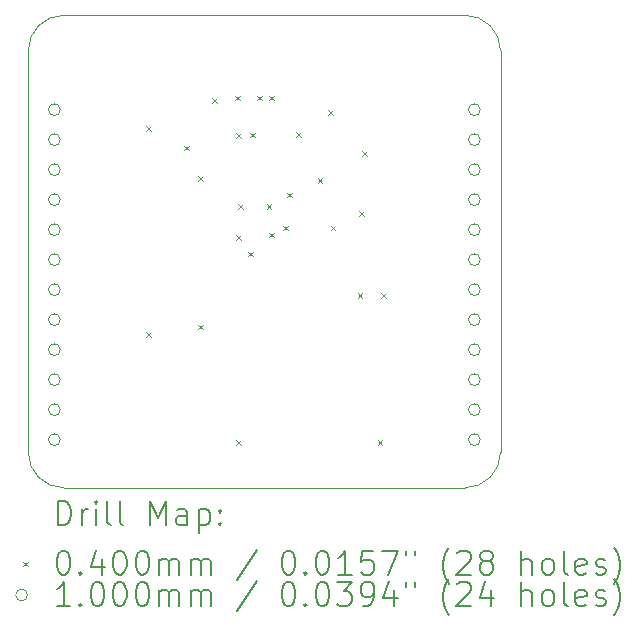
<source format=gbr>
%FSLAX45Y45*%
G04 Gerber Fmt 4.5, Leading zero omitted, Abs format (unit mm)*
G04 Created by KiCad (PCBNEW (6.0.0-0)) date 2022-11-28 12:15:51*
%MOMM*%
%LPD*%
G01*
G04 APERTURE LIST*
%TA.AperFunction,Profile*%
%ADD10C,0.100000*%
%TD*%
%ADD11C,0.200000*%
%ADD12C,0.040000*%
%ADD13C,0.100000*%
G04 APERTURE END LIST*
D10*
X13300000Y-6000000D02*
X16700000Y-6000000D01*
X16700000Y-10000000D02*
G75*
G03*
X17000000Y-9700000I0J300000D01*
G01*
X17000000Y-6300000D02*
X17000000Y-9700000D01*
X17000000Y-6300000D02*
G75*
G03*
X16700000Y-6000000I-300000J0D01*
G01*
X13000000Y-9700000D02*
X13000000Y-6300000D01*
X13000000Y-9700000D02*
G75*
G03*
X13300000Y-10000000I300000J0D01*
G01*
X13300000Y-6000000D02*
G75*
G03*
X13000000Y-6300000I0J-300000D01*
G01*
X16700000Y-10000000D02*
X13300000Y-10000000D01*
D11*
D12*
X14000000Y-6940000D02*
X14040000Y-6980000D01*
X14040000Y-6940000D02*
X14000000Y-6980000D01*
X14000000Y-8680000D02*
X14040000Y-8720000D01*
X14040000Y-8680000D02*
X14000000Y-8720000D01*
X14320000Y-7103550D02*
X14360000Y-7143550D01*
X14360000Y-7103550D02*
X14320000Y-7143550D01*
X14440000Y-7360000D02*
X14480000Y-7400000D01*
X14480000Y-7360000D02*
X14440000Y-7400000D01*
X14440000Y-8620000D02*
X14480000Y-8660000D01*
X14480000Y-8620000D02*
X14440000Y-8660000D01*
X14560000Y-6700000D02*
X14600000Y-6740000D01*
X14600000Y-6700000D02*
X14560000Y-6740000D01*
X14750950Y-6680000D02*
X14790950Y-6720000D01*
X14790950Y-6680000D02*
X14750950Y-6720000D01*
X14760000Y-7000000D02*
X14800000Y-7040000D01*
X14800000Y-7000000D02*
X14760000Y-7040000D01*
X14760000Y-7860000D02*
X14800000Y-7900000D01*
X14800000Y-7860000D02*
X14760000Y-7900000D01*
X14760000Y-9600000D02*
X14800000Y-9640000D01*
X14800000Y-9600000D02*
X14760000Y-9640000D01*
X14780000Y-7600000D02*
X14820000Y-7640000D01*
X14820000Y-7600000D02*
X14780000Y-7640000D01*
X14860000Y-8000000D02*
X14900000Y-8040000D01*
X14900000Y-8000000D02*
X14860000Y-8040000D01*
X14882120Y-6993639D02*
X14922120Y-7033639D01*
X14922120Y-6993639D02*
X14882120Y-7033639D01*
X14940000Y-6680000D02*
X14980000Y-6720000D01*
X14980000Y-6680000D02*
X14940000Y-6720000D01*
X15019306Y-7597948D02*
X15059306Y-7637948D01*
X15059306Y-7597948D02*
X15019306Y-7637948D01*
X15040000Y-6680000D02*
X15080000Y-6720000D01*
X15080000Y-6680000D02*
X15040000Y-6720000D01*
X15040000Y-7840000D02*
X15080000Y-7880000D01*
X15080000Y-7840000D02*
X15040000Y-7880000D01*
X15160000Y-7780000D02*
X15200000Y-7820000D01*
X15200000Y-7780000D02*
X15160000Y-7820000D01*
X15191214Y-7500806D02*
X15231214Y-7540806D01*
X15231214Y-7500806D02*
X15191214Y-7540806D01*
X15268684Y-6989639D02*
X15308684Y-7029639D01*
X15308684Y-6989639D02*
X15268684Y-7029639D01*
X15451013Y-7380063D02*
X15491013Y-7420063D01*
X15491013Y-7380063D02*
X15451013Y-7420063D01*
X15540000Y-6800000D02*
X15580000Y-6840000D01*
X15580000Y-6800000D02*
X15540000Y-6840000D01*
X15560000Y-7780000D02*
X15600000Y-7820000D01*
X15600000Y-7780000D02*
X15560000Y-7820000D01*
X15790000Y-8350000D02*
X15830000Y-8390000D01*
X15830000Y-8350000D02*
X15790000Y-8390000D01*
X15800000Y-7660000D02*
X15840000Y-7700000D01*
X15840000Y-7660000D02*
X15800000Y-7700000D01*
X15830000Y-7150000D02*
X15870000Y-7190000D01*
X15870000Y-7150000D02*
X15830000Y-7190000D01*
X15960000Y-9600000D02*
X16000000Y-9640000D01*
X16000000Y-9600000D02*
X15960000Y-9640000D01*
X15990000Y-8350000D02*
X16030000Y-8390000D01*
X16030000Y-8350000D02*
X15990000Y-8390000D01*
D13*
X13272000Y-6799600D02*
G75*
G03*
X13272000Y-6799600I-50000J0D01*
G01*
X13272000Y-7053600D02*
G75*
G03*
X13272000Y-7053600I-50000J0D01*
G01*
X13272000Y-7307600D02*
G75*
G03*
X13272000Y-7307600I-50000J0D01*
G01*
X13272000Y-7561600D02*
G75*
G03*
X13272000Y-7561600I-50000J0D01*
G01*
X13272000Y-7815600D02*
G75*
G03*
X13272000Y-7815600I-50000J0D01*
G01*
X13272000Y-8069600D02*
G75*
G03*
X13272000Y-8069600I-50000J0D01*
G01*
X13272000Y-8323600D02*
G75*
G03*
X13272000Y-8323600I-50000J0D01*
G01*
X13272000Y-8577600D02*
G75*
G03*
X13272000Y-8577600I-50000J0D01*
G01*
X13272000Y-8831600D02*
G75*
G03*
X13272000Y-8831600I-50000J0D01*
G01*
X13272000Y-9085600D02*
G75*
G03*
X13272000Y-9085600I-50000J0D01*
G01*
X13272000Y-9339600D02*
G75*
G03*
X13272000Y-9339600I-50000J0D01*
G01*
X13272000Y-9593600D02*
G75*
G03*
X13272000Y-9593600I-50000J0D01*
G01*
X16828000Y-6799600D02*
G75*
G03*
X16828000Y-6799600I-50000J0D01*
G01*
X16828000Y-7053600D02*
G75*
G03*
X16828000Y-7053600I-50000J0D01*
G01*
X16828000Y-7307600D02*
G75*
G03*
X16828000Y-7307600I-50000J0D01*
G01*
X16828000Y-7561600D02*
G75*
G03*
X16828000Y-7561600I-50000J0D01*
G01*
X16828000Y-7815600D02*
G75*
G03*
X16828000Y-7815600I-50000J0D01*
G01*
X16828000Y-8069600D02*
G75*
G03*
X16828000Y-8069600I-50000J0D01*
G01*
X16828000Y-8323600D02*
G75*
G03*
X16828000Y-8323600I-50000J0D01*
G01*
X16828000Y-8577600D02*
G75*
G03*
X16828000Y-8577600I-50000J0D01*
G01*
X16828000Y-8831600D02*
G75*
G03*
X16828000Y-8831600I-50000J0D01*
G01*
X16828000Y-9085600D02*
G75*
G03*
X16828000Y-9085600I-50000J0D01*
G01*
X16828000Y-9339600D02*
G75*
G03*
X16828000Y-9339600I-50000J0D01*
G01*
X16828000Y-9593600D02*
G75*
G03*
X16828000Y-9593600I-50000J0D01*
G01*
D11*
X13252619Y-10315476D02*
X13252619Y-10115476D01*
X13300238Y-10115476D01*
X13328809Y-10125000D01*
X13347857Y-10144048D01*
X13357381Y-10163095D01*
X13366905Y-10201190D01*
X13366905Y-10229762D01*
X13357381Y-10267857D01*
X13347857Y-10286905D01*
X13328809Y-10305952D01*
X13300238Y-10315476D01*
X13252619Y-10315476D01*
X13452619Y-10315476D02*
X13452619Y-10182143D01*
X13452619Y-10220238D02*
X13462143Y-10201190D01*
X13471667Y-10191667D01*
X13490714Y-10182143D01*
X13509762Y-10182143D01*
X13576428Y-10315476D02*
X13576428Y-10182143D01*
X13576428Y-10115476D02*
X13566905Y-10125000D01*
X13576428Y-10134524D01*
X13585952Y-10125000D01*
X13576428Y-10115476D01*
X13576428Y-10134524D01*
X13700238Y-10315476D02*
X13681190Y-10305952D01*
X13671667Y-10286905D01*
X13671667Y-10115476D01*
X13805000Y-10315476D02*
X13785952Y-10305952D01*
X13776428Y-10286905D01*
X13776428Y-10115476D01*
X14033571Y-10315476D02*
X14033571Y-10115476D01*
X14100238Y-10258333D01*
X14166905Y-10115476D01*
X14166905Y-10315476D01*
X14347857Y-10315476D02*
X14347857Y-10210714D01*
X14338333Y-10191667D01*
X14319286Y-10182143D01*
X14281190Y-10182143D01*
X14262143Y-10191667D01*
X14347857Y-10305952D02*
X14328809Y-10315476D01*
X14281190Y-10315476D01*
X14262143Y-10305952D01*
X14252619Y-10286905D01*
X14252619Y-10267857D01*
X14262143Y-10248810D01*
X14281190Y-10239286D01*
X14328809Y-10239286D01*
X14347857Y-10229762D01*
X14443095Y-10182143D02*
X14443095Y-10382143D01*
X14443095Y-10191667D02*
X14462143Y-10182143D01*
X14500238Y-10182143D01*
X14519286Y-10191667D01*
X14528809Y-10201190D01*
X14538333Y-10220238D01*
X14538333Y-10277381D01*
X14528809Y-10296429D01*
X14519286Y-10305952D01*
X14500238Y-10315476D01*
X14462143Y-10315476D01*
X14443095Y-10305952D01*
X14624048Y-10296429D02*
X14633571Y-10305952D01*
X14624048Y-10315476D01*
X14614524Y-10305952D01*
X14624048Y-10296429D01*
X14624048Y-10315476D01*
X14624048Y-10191667D02*
X14633571Y-10201190D01*
X14624048Y-10210714D01*
X14614524Y-10201190D01*
X14624048Y-10191667D01*
X14624048Y-10210714D01*
D12*
X12955000Y-10625000D02*
X12995000Y-10665000D01*
X12995000Y-10625000D02*
X12955000Y-10665000D01*
D11*
X13290714Y-10535476D02*
X13309762Y-10535476D01*
X13328809Y-10545000D01*
X13338333Y-10554524D01*
X13347857Y-10573571D01*
X13357381Y-10611667D01*
X13357381Y-10659286D01*
X13347857Y-10697381D01*
X13338333Y-10716429D01*
X13328809Y-10725952D01*
X13309762Y-10735476D01*
X13290714Y-10735476D01*
X13271667Y-10725952D01*
X13262143Y-10716429D01*
X13252619Y-10697381D01*
X13243095Y-10659286D01*
X13243095Y-10611667D01*
X13252619Y-10573571D01*
X13262143Y-10554524D01*
X13271667Y-10545000D01*
X13290714Y-10535476D01*
X13443095Y-10716429D02*
X13452619Y-10725952D01*
X13443095Y-10735476D01*
X13433571Y-10725952D01*
X13443095Y-10716429D01*
X13443095Y-10735476D01*
X13624048Y-10602143D02*
X13624048Y-10735476D01*
X13576428Y-10525952D02*
X13528809Y-10668810D01*
X13652619Y-10668810D01*
X13766905Y-10535476D02*
X13785952Y-10535476D01*
X13805000Y-10545000D01*
X13814524Y-10554524D01*
X13824048Y-10573571D01*
X13833571Y-10611667D01*
X13833571Y-10659286D01*
X13824048Y-10697381D01*
X13814524Y-10716429D01*
X13805000Y-10725952D01*
X13785952Y-10735476D01*
X13766905Y-10735476D01*
X13747857Y-10725952D01*
X13738333Y-10716429D01*
X13728809Y-10697381D01*
X13719286Y-10659286D01*
X13719286Y-10611667D01*
X13728809Y-10573571D01*
X13738333Y-10554524D01*
X13747857Y-10545000D01*
X13766905Y-10535476D01*
X13957381Y-10535476D02*
X13976428Y-10535476D01*
X13995476Y-10545000D01*
X14005000Y-10554524D01*
X14014524Y-10573571D01*
X14024048Y-10611667D01*
X14024048Y-10659286D01*
X14014524Y-10697381D01*
X14005000Y-10716429D01*
X13995476Y-10725952D01*
X13976428Y-10735476D01*
X13957381Y-10735476D01*
X13938333Y-10725952D01*
X13928809Y-10716429D01*
X13919286Y-10697381D01*
X13909762Y-10659286D01*
X13909762Y-10611667D01*
X13919286Y-10573571D01*
X13928809Y-10554524D01*
X13938333Y-10545000D01*
X13957381Y-10535476D01*
X14109762Y-10735476D02*
X14109762Y-10602143D01*
X14109762Y-10621190D02*
X14119286Y-10611667D01*
X14138333Y-10602143D01*
X14166905Y-10602143D01*
X14185952Y-10611667D01*
X14195476Y-10630714D01*
X14195476Y-10735476D01*
X14195476Y-10630714D02*
X14205000Y-10611667D01*
X14224048Y-10602143D01*
X14252619Y-10602143D01*
X14271667Y-10611667D01*
X14281190Y-10630714D01*
X14281190Y-10735476D01*
X14376428Y-10735476D02*
X14376428Y-10602143D01*
X14376428Y-10621190D02*
X14385952Y-10611667D01*
X14405000Y-10602143D01*
X14433571Y-10602143D01*
X14452619Y-10611667D01*
X14462143Y-10630714D01*
X14462143Y-10735476D01*
X14462143Y-10630714D02*
X14471667Y-10611667D01*
X14490714Y-10602143D01*
X14519286Y-10602143D01*
X14538333Y-10611667D01*
X14547857Y-10630714D01*
X14547857Y-10735476D01*
X14938333Y-10525952D02*
X14766905Y-10783095D01*
X15195476Y-10535476D02*
X15214524Y-10535476D01*
X15233571Y-10545000D01*
X15243095Y-10554524D01*
X15252619Y-10573571D01*
X15262143Y-10611667D01*
X15262143Y-10659286D01*
X15252619Y-10697381D01*
X15243095Y-10716429D01*
X15233571Y-10725952D01*
X15214524Y-10735476D01*
X15195476Y-10735476D01*
X15176428Y-10725952D01*
X15166905Y-10716429D01*
X15157381Y-10697381D01*
X15147857Y-10659286D01*
X15147857Y-10611667D01*
X15157381Y-10573571D01*
X15166905Y-10554524D01*
X15176428Y-10545000D01*
X15195476Y-10535476D01*
X15347857Y-10716429D02*
X15357381Y-10725952D01*
X15347857Y-10735476D01*
X15338333Y-10725952D01*
X15347857Y-10716429D01*
X15347857Y-10735476D01*
X15481190Y-10535476D02*
X15500238Y-10535476D01*
X15519286Y-10545000D01*
X15528809Y-10554524D01*
X15538333Y-10573571D01*
X15547857Y-10611667D01*
X15547857Y-10659286D01*
X15538333Y-10697381D01*
X15528809Y-10716429D01*
X15519286Y-10725952D01*
X15500238Y-10735476D01*
X15481190Y-10735476D01*
X15462143Y-10725952D01*
X15452619Y-10716429D01*
X15443095Y-10697381D01*
X15433571Y-10659286D01*
X15433571Y-10611667D01*
X15443095Y-10573571D01*
X15452619Y-10554524D01*
X15462143Y-10545000D01*
X15481190Y-10535476D01*
X15738333Y-10735476D02*
X15624048Y-10735476D01*
X15681190Y-10735476D02*
X15681190Y-10535476D01*
X15662143Y-10564048D01*
X15643095Y-10583095D01*
X15624048Y-10592619D01*
X15919286Y-10535476D02*
X15824048Y-10535476D01*
X15814524Y-10630714D01*
X15824048Y-10621190D01*
X15843095Y-10611667D01*
X15890714Y-10611667D01*
X15909762Y-10621190D01*
X15919286Y-10630714D01*
X15928809Y-10649762D01*
X15928809Y-10697381D01*
X15919286Y-10716429D01*
X15909762Y-10725952D01*
X15890714Y-10735476D01*
X15843095Y-10735476D01*
X15824048Y-10725952D01*
X15814524Y-10716429D01*
X15995476Y-10535476D02*
X16128809Y-10535476D01*
X16043095Y-10735476D01*
X16195476Y-10535476D02*
X16195476Y-10573571D01*
X16271667Y-10535476D02*
X16271667Y-10573571D01*
X16566905Y-10811667D02*
X16557381Y-10802143D01*
X16538333Y-10773571D01*
X16528809Y-10754524D01*
X16519286Y-10725952D01*
X16509762Y-10678333D01*
X16509762Y-10640238D01*
X16519286Y-10592619D01*
X16528809Y-10564048D01*
X16538333Y-10545000D01*
X16557381Y-10516429D01*
X16566905Y-10506905D01*
X16633571Y-10554524D02*
X16643095Y-10545000D01*
X16662143Y-10535476D01*
X16709762Y-10535476D01*
X16728809Y-10545000D01*
X16738333Y-10554524D01*
X16747857Y-10573571D01*
X16747857Y-10592619D01*
X16738333Y-10621190D01*
X16624048Y-10735476D01*
X16747857Y-10735476D01*
X16862143Y-10621190D02*
X16843095Y-10611667D01*
X16833571Y-10602143D01*
X16824048Y-10583095D01*
X16824048Y-10573571D01*
X16833571Y-10554524D01*
X16843095Y-10545000D01*
X16862143Y-10535476D01*
X16900238Y-10535476D01*
X16919286Y-10545000D01*
X16928810Y-10554524D01*
X16938333Y-10573571D01*
X16938333Y-10583095D01*
X16928810Y-10602143D01*
X16919286Y-10611667D01*
X16900238Y-10621190D01*
X16862143Y-10621190D01*
X16843095Y-10630714D01*
X16833571Y-10640238D01*
X16824048Y-10659286D01*
X16824048Y-10697381D01*
X16833571Y-10716429D01*
X16843095Y-10725952D01*
X16862143Y-10735476D01*
X16900238Y-10735476D01*
X16919286Y-10725952D01*
X16928810Y-10716429D01*
X16938333Y-10697381D01*
X16938333Y-10659286D01*
X16928810Y-10640238D01*
X16919286Y-10630714D01*
X16900238Y-10621190D01*
X17176429Y-10735476D02*
X17176429Y-10535476D01*
X17262143Y-10735476D02*
X17262143Y-10630714D01*
X17252619Y-10611667D01*
X17233571Y-10602143D01*
X17205000Y-10602143D01*
X17185952Y-10611667D01*
X17176429Y-10621190D01*
X17385952Y-10735476D02*
X17366905Y-10725952D01*
X17357381Y-10716429D01*
X17347857Y-10697381D01*
X17347857Y-10640238D01*
X17357381Y-10621190D01*
X17366905Y-10611667D01*
X17385952Y-10602143D01*
X17414524Y-10602143D01*
X17433571Y-10611667D01*
X17443095Y-10621190D01*
X17452619Y-10640238D01*
X17452619Y-10697381D01*
X17443095Y-10716429D01*
X17433571Y-10725952D01*
X17414524Y-10735476D01*
X17385952Y-10735476D01*
X17566905Y-10735476D02*
X17547857Y-10725952D01*
X17538333Y-10706905D01*
X17538333Y-10535476D01*
X17719286Y-10725952D02*
X17700238Y-10735476D01*
X17662143Y-10735476D01*
X17643095Y-10725952D01*
X17633571Y-10706905D01*
X17633571Y-10630714D01*
X17643095Y-10611667D01*
X17662143Y-10602143D01*
X17700238Y-10602143D01*
X17719286Y-10611667D01*
X17728810Y-10630714D01*
X17728810Y-10649762D01*
X17633571Y-10668810D01*
X17805000Y-10725952D02*
X17824048Y-10735476D01*
X17862143Y-10735476D01*
X17881190Y-10725952D01*
X17890714Y-10706905D01*
X17890714Y-10697381D01*
X17881190Y-10678333D01*
X17862143Y-10668810D01*
X17833571Y-10668810D01*
X17814524Y-10659286D01*
X17805000Y-10640238D01*
X17805000Y-10630714D01*
X17814524Y-10611667D01*
X17833571Y-10602143D01*
X17862143Y-10602143D01*
X17881190Y-10611667D01*
X17957381Y-10811667D02*
X17966905Y-10802143D01*
X17985952Y-10773571D01*
X17995476Y-10754524D01*
X18005000Y-10725952D01*
X18014524Y-10678333D01*
X18014524Y-10640238D01*
X18005000Y-10592619D01*
X17995476Y-10564048D01*
X17985952Y-10545000D01*
X17966905Y-10516429D01*
X17957381Y-10506905D01*
D13*
X12995000Y-10909000D02*
G75*
G03*
X12995000Y-10909000I-50000J0D01*
G01*
D11*
X13357381Y-10999476D02*
X13243095Y-10999476D01*
X13300238Y-10999476D02*
X13300238Y-10799476D01*
X13281190Y-10828048D01*
X13262143Y-10847095D01*
X13243095Y-10856619D01*
X13443095Y-10980429D02*
X13452619Y-10989952D01*
X13443095Y-10999476D01*
X13433571Y-10989952D01*
X13443095Y-10980429D01*
X13443095Y-10999476D01*
X13576428Y-10799476D02*
X13595476Y-10799476D01*
X13614524Y-10809000D01*
X13624048Y-10818524D01*
X13633571Y-10837571D01*
X13643095Y-10875667D01*
X13643095Y-10923286D01*
X13633571Y-10961381D01*
X13624048Y-10980429D01*
X13614524Y-10989952D01*
X13595476Y-10999476D01*
X13576428Y-10999476D01*
X13557381Y-10989952D01*
X13547857Y-10980429D01*
X13538333Y-10961381D01*
X13528809Y-10923286D01*
X13528809Y-10875667D01*
X13538333Y-10837571D01*
X13547857Y-10818524D01*
X13557381Y-10809000D01*
X13576428Y-10799476D01*
X13766905Y-10799476D02*
X13785952Y-10799476D01*
X13805000Y-10809000D01*
X13814524Y-10818524D01*
X13824048Y-10837571D01*
X13833571Y-10875667D01*
X13833571Y-10923286D01*
X13824048Y-10961381D01*
X13814524Y-10980429D01*
X13805000Y-10989952D01*
X13785952Y-10999476D01*
X13766905Y-10999476D01*
X13747857Y-10989952D01*
X13738333Y-10980429D01*
X13728809Y-10961381D01*
X13719286Y-10923286D01*
X13719286Y-10875667D01*
X13728809Y-10837571D01*
X13738333Y-10818524D01*
X13747857Y-10809000D01*
X13766905Y-10799476D01*
X13957381Y-10799476D02*
X13976428Y-10799476D01*
X13995476Y-10809000D01*
X14005000Y-10818524D01*
X14014524Y-10837571D01*
X14024048Y-10875667D01*
X14024048Y-10923286D01*
X14014524Y-10961381D01*
X14005000Y-10980429D01*
X13995476Y-10989952D01*
X13976428Y-10999476D01*
X13957381Y-10999476D01*
X13938333Y-10989952D01*
X13928809Y-10980429D01*
X13919286Y-10961381D01*
X13909762Y-10923286D01*
X13909762Y-10875667D01*
X13919286Y-10837571D01*
X13928809Y-10818524D01*
X13938333Y-10809000D01*
X13957381Y-10799476D01*
X14109762Y-10999476D02*
X14109762Y-10866143D01*
X14109762Y-10885190D02*
X14119286Y-10875667D01*
X14138333Y-10866143D01*
X14166905Y-10866143D01*
X14185952Y-10875667D01*
X14195476Y-10894714D01*
X14195476Y-10999476D01*
X14195476Y-10894714D02*
X14205000Y-10875667D01*
X14224048Y-10866143D01*
X14252619Y-10866143D01*
X14271667Y-10875667D01*
X14281190Y-10894714D01*
X14281190Y-10999476D01*
X14376428Y-10999476D02*
X14376428Y-10866143D01*
X14376428Y-10885190D02*
X14385952Y-10875667D01*
X14405000Y-10866143D01*
X14433571Y-10866143D01*
X14452619Y-10875667D01*
X14462143Y-10894714D01*
X14462143Y-10999476D01*
X14462143Y-10894714D02*
X14471667Y-10875667D01*
X14490714Y-10866143D01*
X14519286Y-10866143D01*
X14538333Y-10875667D01*
X14547857Y-10894714D01*
X14547857Y-10999476D01*
X14938333Y-10789952D02*
X14766905Y-11047095D01*
X15195476Y-10799476D02*
X15214524Y-10799476D01*
X15233571Y-10809000D01*
X15243095Y-10818524D01*
X15252619Y-10837571D01*
X15262143Y-10875667D01*
X15262143Y-10923286D01*
X15252619Y-10961381D01*
X15243095Y-10980429D01*
X15233571Y-10989952D01*
X15214524Y-10999476D01*
X15195476Y-10999476D01*
X15176428Y-10989952D01*
X15166905Y-10980429D01*
X15157381Y-10961381D01*
X15147857Y-10923286D01*
X15147857Y-10875667D01*
X15157381Y-10837571D01*
X15166905Y-10818524D01*
X15176428Y-10809000D01*
X15195476Y-10799476D01*
X15347857Y-10980429D02*
X15357381Y-10989952D01*
X15347857Y-10999476D01*
X15338333Y-10989952D01*
X15347857Y-10980429D01*
X15347857Y-10999476D01*
X15481190Y-10799476D02*
X15500238Y-10799476D01*
X15519286Y-10809000D01*
X15528809Y-10818524D01*
X15538333Y-10837571D01*
X15547857Y-10875667D01*
X15547857Y-10923286D01*
X15538333Y-10961381D01*
X15528809Y-10980429D01*
X15519286Y-10989952D01*
X15500238Y-10999476D01*
X15481190Y-10999476D01*
X15462143Y-10989952D01*
X15452619Y-10980429D01*
X15443095Y-10961381D01*
X15433571Y-10923286D01*
X15433571Y-10875667D01*
X15443095Y-10837571D01*
X15452619Y-10818524D01*
X15462143Y-10809000D01*
X15481190Y-10799476D01*
X15614524Y-10799476D02*
X15738333Y-10799476D01*
X15671667Y-10875667D01*
X15700238Y-10875667D01*
X15719286Y-10885190D01*
X15728809Y-10894714D01*
X15738333Y-10913762D01*
X15738333Y-10961381D01*
X15728809Y-10980429D01*
X15719286Y-10989952D01*
X15700238Y-10999476D01*
X15643095Y-10999476D01*
X15624048Y-10989952D01*
X15614524Y-10980429D01*
X15833571Y-10999476D02*
X15871667Y-10999476D01*
X15890714Y-10989952D01*
X15900238Y-10980429D01*
X15919286Y-10951857D01*
X15928809Y-10913762D01*
X15928809Y-10837571D01*
X15919286Y-10818524D01*
X15909762Y-10809000D01*
X15890714Y-10799476D01*
X15852619Y-10799476D01*
X15833571Y-10809000D01*
X15824048Y-10818524D01*
X15814524Y-10837571D01*
X15814524Y-10885190D01*
X15824048Y-10904238D01*
X15833571Y-10913762D01*
X15852619Y-10923286D01*
X15890714Y-10923286D01*
X15909762Y-10913762D01*
X15919286Y-10904238D01*
X15928809Y-10885190D01*
X16100238Y-10866143D02*
X16100238Y-10999476D01*
X16052619Y-10789952D02*
X16005000Y-10932810D01*
X16128809Y-10932810D01*
X16195476Y-10799476D02*
X16195476Y-10837571D01*
X16271667Y-10799476D02*
X16271667Y-10837571D01*
X16566905Y-11075667D02*
X16557381Y-11066143D01*
X16538333Y-11037571D01*
X16528809Y-11018524D01*
X16519286Y-10989952D01*
X16509762Y-10942333D01*
X16509762Y-10904238D01*
X16519286Y-10856619D01*
X16528809Y-10828048D01*
X16538333Y-10809000D01*
X16557381Y-10780429D01*
X16566905Y-10770905D01*
X16633571Y-10818524D02*
X16643095Y-10809000D01*
X16662143Y-10799476D01*
X16709762Y-10799476D01*
X16728809Y-10809000D01*
X16738333Y-10818524D01*
X16747857Y-10837571D01*
X16747857Y-10856619D01*
X16738333Y-10885190D01*
X16624048Y-10999476D01*
X16747857Y-10999476D01*
X16919286Y-10866143D02*
X16919286Y-10999476D01*
X16871667Y-10789952D02*
X16824048Y-10932810D01*
X16947857Y-10932810D01*
X17176429Y-10999476D02*
X17176429Y-10799476D01*
X17262143Y-10999476D02*
X17262143Y-10894714D01*
X17252619Y-10875667D01*
X17233571Y-10866143D01*
X17205000Y-10866143D01*
X17185952Y-10875667D01*
X17176429Y-10885190D01*
X17385952Y-10999476D02*
X17366905Y-10989952D01*
X17357381Y-10980429D01*
X17347857Y-10961381D01*
X17347857Y-10904238D01*
X17357381Y-10885190D01*
X17366905Y-10875667D01*
X17385952Y-10866143D01*
X17414524Y-10866143D01*
X17433571Y-10875667D01*
X17443095Y-10885190D01*
X17452619Y-10904238D01*
X17452619Y-10961381D01*
X17443095Y-10980429D01*
X17433571Y-10989952D01*
X17414524Y-10999476D01*
X17385952Y-10999476D01*
X17566905Y-10999476D02*
X17547857Y-10989952D01*
X17538333Y-10970905D01*
X17538333Y-10799476D01*
X17719286Y-10989952D02*
X17700238Y-10999476D01*
X17662143Y-10999476D01*
X17643095Y-10989952D01*
X17633571Y-10970905D01*
X17633571Y-10894714D01*
X17643095Y-10875667D01*
X17662143Y-10866143D01*
X17700238Y-10866143D01*
X17719286Y-10875667D01*
X17728810Y-10894714D01*
X17728810Y-10913762D01*
X17633571Y-10932810D01*
X17805000Y-10989952D02*
X17824048Y-10999476D01*
X17862143Y-10999476D01*
X17881190Y-10989952D01*
X17890714Y-10970905D01*
X17890714Y-10961381D01*
X17881190Y-10942333D01*
X17862143Y-10932810D01*
X17833571Y-10932810D01*
X17814524Y-10923286D01*
X17805000Y-10904238D01*
X17805000Y-10894714D01*
X17814524Y-10875667D01*
X17833571Y-10866143D01*
X17862143Y-10866143D01*
X17881190Y-10875667D01*
X17957381Y-11075667D02*
X17966905Y-11066143D01*
X17985952Y-11037571D01*
X17995476Y-11018524D01*
X18005000Y-10989952D01*
X18014524Y-10942333D01*
X18014524Y-10904238D01*
X18005000Y-10856619D01*
X17995476Y-10828048D01*
X17985952Y-10809000D01*
X17966905Y-10780429D01*
X17957381Y-10770905D01*
M02*

</source>
